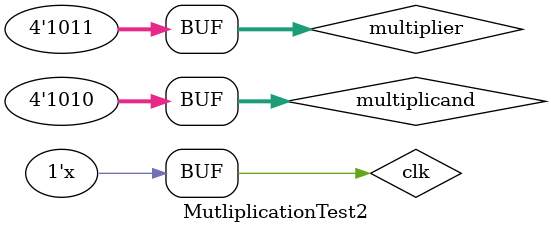
<source format=v>
`timescale 1ns / 1ps


module MutliplicationTest2;

	// Inputs
	reg [3:0] multiplicand;
	reg [3:0] multiplier;
	reg clk;

	// Outputs
	wire [7:0] product;

	// Instantiate the Unit Under Test (UUT)
	Multiplication uut (
		.multiplicand(multiplicand), 
		.multiplier(multiplier), 
		.clk(clk), 
		.product(product)
	);

	always
	#10 clk = ~clk;
	
	initial begin
		// Initialize Inputs
		clk = 0;
		multiplicand = 4'b1010;
		multiplier = 4'b1011;
		#60

		// Wait 100 ns for global reset to finish
		#100;
        
		// Add stimulus here

	end
      
endmodule


</source>
